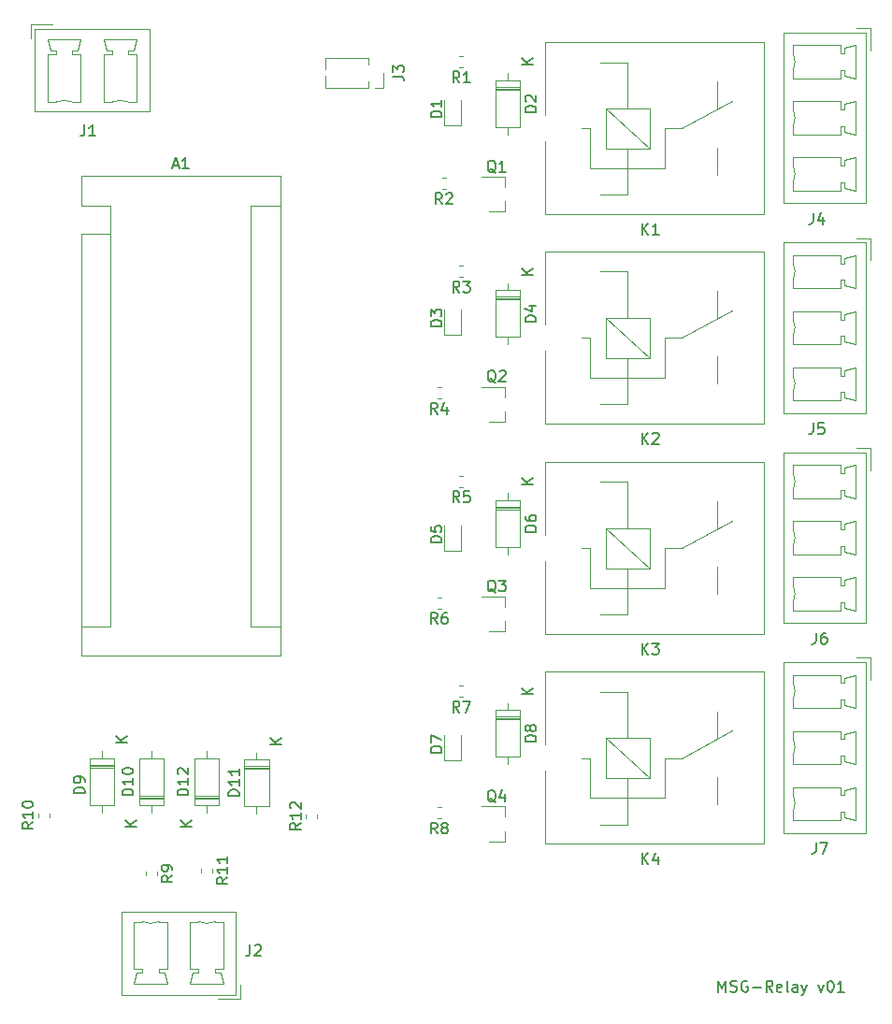
<source format=gto>
G04 #@! TF.GenerationSoftware,KiCad,Pcbnew,5.1.2-f72e74a~84~ubuntu18.04.1*
G04 #@! TF.CreationDate,2019-06-17T19:39:07+02:00*
G04 #@! TF.ProjectId,msg-relay,6d73672d-7265-46c6-9179-2e6b69636164,rev?*
G04 #@! TF.SameCoordinates,Original*
G04 #@! TF.FileFunction,Legend,Top*
G04 #@! TF.FilePolarity,Positive*
%FSLAX46Y46*%
G04 Gerber Fmt 4.6, Leading zero omitted, Abs format (unit mm)*
G04 Created by KiCad (PCBNEW 5.1.2-f72e74a~84~ubuntu18.04.1) date 2019-06-17 19:39:07*
%MOMM*%
%LPD*%
G04 APERTURE LIST*
%ADD10C,0.150000*%
%ADD11C,0.120000*%
G04 APERTURE END LIST*
D10*
X143083333Y-138202380D02*
X143083333Y-137202380D01*
X143416666Y-137916666D01*
X143750000Y-137202380D01*
X143750000Y-138202380D01*
X144178571Y-138154761D02*
X144321428Y-138202380D01*
X144559523Y-138202380D01*
X144654761Y-138154761D01*
X144702380Y-138107142D01*
X144750000Y-138011904D01*
X144750000Y-137916666D01*
X144702380Y-137821428D01*
X144654761Y-137773809D01*
X144559523Y-137726190D01*
X144369047Y-137678571D01*
X144273809Y-137630952D01*
X144226190Y-137583333D01*
X144178571Y-137488095D01*
X144178571Y-137392857D01*
X144226190Y-137297619D01*
X144273809Y-137250000D01*
X144369047Y-137202380D01*
X144607142Y-137202380D01*
X144750000Y-137250000D01*
X145702380Y-137250000D02*
X145607142Y-137202380D01*
X145464285Y-137202380D01*
X145321428Y-137250000D01*
X145226190Y-137345238D01*
X145178571Y-137440476D01*
X145130952Y-137630952D01*
X145130952Y-137773809D01*
X145178571Y-137964285D01*
X145226190Y-138059523D01*
X145321428Y-138154761D01*
X145464285Y-138202380D01*
X145559523Y-138202380D01*
X145702380Y-138154761D01*
X145750000Y-138107142D01*
X145750000Y-137773809D01*
X145559523Y-137773809D01*
X146178571Y-137821428D02*
X146940476Y-137821428D01*
X147988095Y-138202380D02*
X147654761Y-137726190D01*
X147416666Y-138202380D02*
X147416666Y-137202380D01*
X147797619Y-137202380D01*
X147892857Y-137250000D01*
X147940476Y-137297619D01*
X147988095Y-137392857D01*
X147988095Y-137535714D01*
X147940476Y-137630952D01*
X147892857Y-137678571D01*
X147797619Y-137726190D01*
X147416666Y-137726190D01*
X148797619Y-138154761D02*
X148702380Y-138202380D01*
X148511904Y-138202380D01*
X148416666Y-138154761D01*
X148369047Y-138059523D01*
X148369047Y-137678571D01*
X148416666Y-137583333D01*
X148511904Y-137535714D01*
X148702380Y-137535714D01*
X148797619Y-137583333D01*
X148845238Y-137678571D01*
X148845238Y-137773809D01*
X148369047Y-137869047D01*
X149416666Y-138202380D02*
X149321428Y-138154761D01*
X149273809Y-138059523D01*
X149273809Y-137202380D01*
X150226190Y-138202380D02*
X150226190Y-137678571D01*
X150178571Y-137583333D01*
X150083333Y-137535714D01*
X149892857Y-137535714D01*
X149797619Y-137583333D01*
X150226190Y-138154761D02*
X150130952Y-138202380D01*
X149892857Y-138202380D01*
X149797619Y-138154761D01*
X149750000Y-138059523D01*
X149750000Y-137964285D01*
X149797619Y-137869047D01*
X149892857Y-137821428D01*
X150130952Y-137821428D01*
X150226190Y-137773809D01*
X150607142Y-137535714D02*
X150845238Y-138202380D01*
X151083333Y-137535714D02*
X150845238Y-138202380D01*
X150750000Y-138440476D01*
X150702380Y-138488095D01*
X150607142Y-138535714D01*
X152130952Y-137535714D02*
X152369047Y-138202380D01*
X152607142Y-137535714D01*
X153178571Y-137202380D02*
X153273809Y-137202380D01*
X153369047Y-137250000D01*
X153416666Y-137297619D01*
X153464285Y-137392857D01*
X153511904Y-137583333D01*
X153511904Y-137821428D01*
X153464285Y-138011904D01*
X153416666Y-138107142D01*
X153369047Y-138154761D01*
X153273809Y-138202380D01*
X153178571Y-138202380D01*
X153083333Y-138154761D01*
X153035714Y-138107142D01*
X152988095Y-138011904D01*
X152940476Y-137821428D01*
X152940476Y-137583333D01*
X152988095Y-137392857D01*
X153035714Y-137297619D01*
X153083333Y-137250000D01*
X153178571Y-137202380D01*
X154464285Y-138202380D02*
X153892857Y-138202380D01*
X154178571Y-138202380D02*
X154178571Y-137202380D01*
X154083333Y-137345238D01*
X153988095Y-137440476D01*
X153892857Y-137488095D01*
D11*
X106760000Y-122450279D02*
X106760000Y-122124721D01*
X105740000Y-122450279D02*
X105740000Y-122124721D01*
X96240000Y-127049721D02*
X96240000Y-127375279D01*
X97260000Y-127049721D02*
X97260000Y-127375279D01*
X82510000Y-122375279D02*
X82510000Y-122049721D01*
X81490000Y-122375279D02*
X81490000Y-122049721D01*
X91240000Y-127337221D02*
X91240000Y-127662779D01*
X92260000Y-127337221D02*
X92260000Y-127662779D01*
X117950279Y-121490000D02*
X117624721Y-121490000D01*
X117950279Y-122510000D02*
X117624721Y-122510000D01*
X119950279Y-110490000D02*
X119624721Y-110490000D01*
X119950279Y-111510000D02*
X119624721Y-111510000D01*
X117950279Y-102490000D02*
X117624721Y-102490000D01*
X117950279Y-103510000D02*
X117624721Y-103510000D01*
X119950279Y-91490000D02*
X119624721Y-91490000D01*
X119950279Y-92510000D02*
X119624721Y-92510000D01*
X117950279Y-83490000D02*
X117624721Y-83490000D01*
X117950279Y-84510000D02*
X117624721Y-84510000D01*
X119950279Y-72490000D02*
X119624721Y-72490000D01*
X119950279Y-73510000D02*
X119624721Y-73510000D01*
X118375279Y-64490000D02*
X118049721Y-64490000D01*
X118375279Y-65510000D02*
X118049721Y-65510000D01*
X119950279Y-53490000D02*
X119624721Y-53490000D01*
X119950279Y-54510000D02*
X119624721Y-54510000D01*
X123760000Y-124580000D02*
X122300000Y-124580000D01*
X123760000Y-121420000D02*
X121600000Y-121420000D01*
X123760000Y-121420000D02*
X123760000Y-122350000D01*
X123760000Y-124580000D02*
X123760000Y-123650000D01*
X123760000Y-105580000D02*
X122300000Y-105580000D01*
X123760000Y-102420000D02*
X121600000Y-102420000D01*
X123760000Y-102420000D02*
X123760000Y-103350000D01*
X123760000Y-105580000D02*
X123760000Y-104650000D01*
X123760000Y-86580000D02*
X122300000Y-86580000D01*
X123760000Y-83420000D02*
X121600000Y-83420000D01*
X123760000Y-83420000D02*
X123760000Y-84350000D01*
X123760000Y-86580000D02*
X123760000Y-85650000D01*
X123760000Y-67580000D02*
X122300000Y-67580000D01*
X123760000Y-64420000D02*
X121600000Y-64420000D01*
X123760000Y-64420000D02*
X123760000Y-65350000D01*
X123760000Y-67580000D02*
X123760000Y-66650000D01*
X136850000Y-118850000D02*
X132850000Y-118850000D01*
X136850000Y-115250000D02*
X136850000Y-118850000D01*
X132850000Y-115250000D02*
X136850000Y-115250000D01*
X132850000Y-118850000D02*
X132850000Y-115250000D01*
X136850000Y-118850000D02*
X132850000Y-115250000D01*
X134850000Y-118850000D02*
X134850000Y-123050000D01*
X134850000Y-111050000D02*
X134850000Y-115250000D01*
X131450000Y-117050000D02*
X131450000Y-120650000D01*
X138250000Y-117050000D02*
X138250000Y-120650000D01*
X138250000Y-120650000D02*
X131450000Y-120650000D01*
X139750000Y-117050000D02*
X144350000Y-114550000D01*
X138250000Y-117050000D02*
X139750000Y-117050000D01*
X134850000Y-111050000D02*
X132350000Y-111050000D01*
X131450000Y-117050000D02*
X130650000Y-117050000D01*
X132350000Y-123050000D02*
X134850000Y-123050000D01*
X142950000Y-112800000D02*
X142950000Y-115300000D01*
X142950000Y-121200000D02*
X142950000Y-118750000D01*
X147200000Y-124800000D02*
X127400000Y-124800000D01*
X147200000Y-109200000D02*
X147200000Y-124800000D01*
X127400000Y-109200000D02*
X147200000Y-109200000D01*
X127400000Y-109200000D02*
X127400000Y-115800000D01*
X127400000Y-118200000D02*
X127400000Y-124800000D01*
X136850000Y-99850000D02*
X132850000Y-99850000D01*
X136850000Y-96250000D02*
X136850000Y-99850000D01*
X132850000Y-96250000D02*
X136850000Y-96250000D01*
X132850000Y-99850000D02*
X132850000Y-96250000D01*
X136850000Y-99850000D02*
X132850000Y-96250000D01*
X134850000Y-99850000D02*
X134850000Y-104050000D01*
X134850000Y-92050000D02*
X134850000Y-96250000D01*
X131450000Y-98050000D02*
X131450000Y-101650000D01*
X138250000Y-98050000D02*
X138250000Y-101650000D01*
X138250000Y-101650000D02*
X131450000Y-101650000D01*
X139750000Y-98050000D02*
X144350000Y-95550000D01*
X138250000Y-98050000D02*
X139750000Y-98050000D01*
X134850000Y-92050000D02*
X132350000Y-92050000D01*
X131450000Y-98050000D02*
X130650000Y-98050000D01*
X132350000Y-104050000D02*
X134850000Y-104050000D01*
X142950000Y-93800000D02*
X142950000Y-96300000D01*
X142950000Y-102200000D02*
X142950000Y-99750000D01*
X147200000Y-105800000D02*
X127400000Y-105800000D01*
X147200000Y-90200000D02*
X147200000Y-105800000D01*
X127400000Y-90200000D02*
X147200000Y-90200000D01*
X127400000Y-90200000D02*
X127400000Y-96800000D01*
X127400000Y-99200000D02*
X127400000Y-105800000D01*
X136850000Y-80800000D02*
X132850000Y-80800000D01*
X136850000Y-77200000D02*
X136850000Y-80800000D01*
X132850000Y-77200000D02*
X136850000Y-77200000D01*
X132850000Y-80800000D02*
X132850000Y-77200000D01*
X136850000Y-80800000D02*
X132850000Y-77200000D01*
X134850000Y-80800000D02*
X134850000Y-85000000D01*
X134850000Y-73000000D02*
X134850000Y-77200000D01*
X131450000Y-79000000D02*
X131450000Y-82600000D01*
X138250000Y-79000000D02*
X138250000Y-82600000D01*
X138250000Y-82600000D02*
X131450000Y-82600000D01*
X139750000Y-79000000D02*
X144350000Y-76500000D01*
X138250000Y-79000000D02*
X139750000Y-79000000D01*
X134850000Y-73000000D02*
X132350000Y-73000000D01*
X131450000Y-79000000D02*
X130650000Y-79000000D01*
X132350000Y-85000000D02*
X134850000Y-85000000D01*
X142950000Y-74750000D02*
X142950000Y-77250000D01*
X142950000Y-83150000D02*
X142950000Y-80700000D01*
X147200000Y-86750000D02*
X127400000Y-86750000D01*
X147200000Y-71150000D02*
X147200000Y-86750000D01*
X127400000Y-71150000D02*
X147200000Y-71150000D01*
X127400000Y-71150000D02*
X127400000Y-77750000D01*
X127400000Y-80150000D02*
X127400000Y-86750000D01*
X136850000Y-61850000D02*
X132850000Y-61850000D01*
X136850000Y-58250000D02*
X136850000Y-61850000D01*
X132850000Y-58250000D02*
X136850000Y-58250000D01*
X132850000Y-61850000D02*
X132850000Y-58250000D01*
X136850000Y-61850000D02*
X132850000Y-58250000D01*
X134850000Y-61850000D02*
X134850000Y-66050000D01*
X134850000Y-54050000D02*
X134850000Y-58250000D01*
X131450000Y-60050000D02*
X131450000Y-63650000D01*
X138250000Y-60050000D02*
X138250000Y-63650000D01*
X138250000Y-63650000D02*
X131450000Y-63650000D01*
X139750000Y-60050000D02*
X144350000Y-57550000D01*
X138250000Y-60050000D02*
X139750000Y-60050000D01*
X134850000Y-54050000D02*
X132350000Y-54050000D01*
X131450000Y-60050000D02*
X130650000Y-60050000D01*
X132350000Y-66050000D02*
X134850000Y-66050000D01*
X142950000Y-55800000D02*
X142950000Y-58300000D01*
X142950000Y-64200000D02*
X142950000Y-61750000D01*
X147200000Y-67800000D02*
X127400000Y-67800000D01*
X147200000Y-52200000D02*
X147200000Y-67800000D01*
X127400000Y-52200000D02*
X147200000Y-52200000D01*
X127400000Y-52200000D02*
X127400000Y-58800000D01*
X127400000Y-61200000D02*
X127400000Y-67800000D01*
X156850000Y-107960000D02*
X156850000Y-109960000D01*
X155600000Y-107960000D02*
X156850000Y-107960000D01*
X149850000Y-122660000D02*
X149850000Y-121910000D01*
X154150000Y-122660000D02*
X149850000Y-122660000D01*
X154150000Y-121910000D02*
X154150000Y-122660000D01*
X154500000Y-121910000D02*
X154150000Y-121910000D01*
X154500000Y-122410000D02*
X154500000Y-121910000D01*
X155500000Y-122660000D02*
X154500000Y-122410000D01*
X155500000Y-119660000D02*
X155500000Y-122660000D01*
X154500000Y-119910000D02*
X155500000Y-119660000D01*
X154500000Y-120410000D02*
X154500000Y-119910000D01*
X154150000Y-120410000D02*
X154500000Y-120410000D01*
X154150000Y-119660000D02*
X154150000Y-120410000D01*
X149850000Y-119660000D02*
X154150000Y-119660000D01*
X149850000Y-120410000D02*
X149850000Y-119660000D01*
X149850000Y-117580000D02*
X149850000Y-116830000D01*
X154150000Y-117580000D02*
X149850000Y-117580000D01*
X154150000Y-116830000D02*
X154150000Y-117580000D01*
X154500000Y-116830000D02*
X154150000Y-116830000D01*
X154500000Y-117330000D02*
X154500000Y-116830000D01*
X155500000Y-117580000D02*
X154500000Y-117330000D01*
X155500000Y-114580000D02*
X155500000Y-117580000D01*
X154500000Y-114830000D02*
X155500000Y-114580000D01*
X154500000Y-115330000D02*
X154500000Y-114830000D01*
X154150000Y-115330000D02*
X154500000Y-115330000D01*
X154150000Y-114580000D02*
X154150000Y-115330000D01*
X149850000Y-114580000D02*
X154150000Y-114580000D01*
X149850000Y-115330000D02*
X149850000Y-114580000D01*
X149850000Y-112500000D02*
X149850000Y-111750000D01*
X154150000Y-112500000D02*
X149850000Y-112500000D01*
X154150000Y-111750000D02*
X154150000Y-112500000D01*
X154500000Y-111750000D02*
X154150000Y-111750000D01*
X154500000Y-112250000D02*
X154500000Y-111750000D01*
X155500000Y-112500000D02*
X154500000Y-112250000D01*
X155500000Y-109500000D02*
X155500000Y-112500000D01*
X154500000Y-109750000D02*
X155500000Y-109500000D01*
X154500000Y-110250000D02*
X154500000Y-109750000D01*
X154150000Y-110250000D02*
X154500000Y-110250000D01*
X154150000Y-109500000D02*
X154150000Y-110250000D01*
X149850000Y-109500000D02*
X154150000Y-109500000D01*
X149850000Y-110250000D02*
X149850000Y-109500000D01*
X156460000Y-123810000D02*
X156460000Y-108350000D01*
X148990000Y-123810000D02*
X156460000Y-123810000D01*
X148990000Y-108350000D02*
X148990000Y-123810000D01*
X156460000Y-108350000D02*
X148990000Y-108350000D01*
X149850155Y-121909647D02*
G75*
G03X149850000Y-120410000I-1700155J749647D01*
G01*
X149850155Y-116829647D02*
G75*
G03X149850000Y-115330000I-1700155J749647D01*
G01*
X149850155Y-111749647D02*
G75*
G03X149850000Y-110250000I-1700155J749647D01*
G01*
X156850000Y-88960000D02*
X156850000Y-90960000D01*
X155600000Y-88960000D02*
X156850000Y-88960000D01*
X149850000Y-103660000D02*
X149850000Y-102910000D01*
X154150000Y-103660000D02*
X149850000Y-103660000D01*
X154150000Y-102910000D02*
X154150000Y-103660000D01*
X154500000Y-102910000D02*
X154150000Y-102910000D01*
X154500000Y-103410000D02*
X154500000Y-102910000D01*
X155500000Y-103660000D02*
X154500000Y-103410000D01*
X155500000Y-100660000D02*
X155500000Y-103660000D01*
X154500000Y-100910000D02*
X155500000Y-100660000D01*
X154500000Y-101410000D02*
X154500000Y-100910000D01*
X154150000Y-101410000D02*
X154500000Y-101410000D01*
X154150000Y-100660000D02*
X154150000Y-101410000D01*
X149850000Y-100660000D02*
X154150000Y-100660000D01*
X149850000Y-101410000D02*
X149850000Y-100660000D01*
X149850000Y-98580000D02*
X149850000Y-97830000D01*
X154150000Y-98580000D02*
X149850000Y-98580000D01*
X154150000Y-97830000D02*
X154150000Y-98580000D01*
X154500000Y-97830000D02*
X154150000Y-97830000D01*
X154500000Y-98330000D02*
X154500000Y-97830000D01*
X155500000Y-98580000D02*
X154500000Y-98330000D01*
X155500000Y-95580000D02*
X155500000Y-98580000D01*
X154500000Y-95830000D02*
X155500000Y-95580000D01*
X154500000Y-96330000D02*
X154500000Y-95830000D01*
X154150000Y-96330000D02*
X154500000Y-96330000D01*
X154150000Y-95580000D02*
X154150000Y-96330000D01*
X149850000Y-95580000D02*
X154150000Y-95580000D01*
X149850000Y-96330000D02*
X149850000Y-95580000D01*
X149850000Y-93500000D02*
X149850000Y-92750000D01*
X154150000Y-93500000D02*
X149850000Y-93500000D01*
X154150000Y-92750000D02*
X154150000Y-93500000D01*
X154500000Y-92750000D02*
X154150000Y-92750000D01*
X154500000Y-93250000D02*
X154500000Y-92750000D01*
X155500000Y-93500000D02*
X154500000Y-93250000D01*
X155500000Y-90500000D02*
X155500000Y-93500000D01*
X154500000Y-90750000D02*
X155500000Y-90500000D01*
X154500000Y-91250000D02*
X154500000Y-90750000D01*
X154150000Y-91250000D02*
X154500000Y-91250000D01*
X154150000Y-90500000D02*
X154150000Y-91250000D01*
X149850000Y-90500000D02*
X154150000Y-90500000D01*
X149850000Y-91250000D02*
X149850000Y-90500000D01*
X156460000Y-104810000D02*
X156460000Y-89350000D01*
X148990000Y-104810000D02*
X156460000Y-104810000D01*
X148990000Y-89350000D02*
X148990000Y-104810000D01*
X156460000Y-89350000D02*
X148990000Y-89350000D01*
X149850155Y-102909647D02*
G75*
G03X149850000Y-101410000I-1700155J749647D01*
G01*
X149850155Y-97829647D02*
G75*
G03X149850000Y-96330000I-1700155J749647D01*
G01*
X149850155Y-92749647D02*
G75*
G03X149850000Y-91250000I-1700155J749647D01*
G01*
X156850000Y-69960000D02*
X156850000Y-71960000D01*
X155600000Y-69960000D02*
X156850000Y-69960000D01*
X149850000Y-84660000D02*
X149850000Y-83910000D01*
X154150000Y-84660000D02*
X149850000Y-84660000D01*
X154150000Y-83910000D02*
X154150000Y-84660000D01*
X154500000Y-83910000D02*
X154150000Y-83910000D01*
X154500000Y-84410000D02*
X154500000Y-83910000D01*
X155500000Y-84660000D02*
X154500000Y-84410000D01*
X155500000Y-81660000D02*
X155500000Y-84660000D01*
X154500000Y-81910000D02*
X155500000Y-81660000D01*
X154500000Y-82410000D02*
X154500000Y-81910000D01*
X154150000Y-82410000D02*
X154500000Y-82410000D01*
X154150000Y-81660000D02*
X154150000Y-82410000D01*
X149850000Y-81660000D02*
X154150000Y-81660000D01*
X149850000Y-82410000D02*
X149850000Y-81660000D01*
X149850000Y-79580000D02*
X149850000Y-78830000D01*
X154150000Y-79580000D02*
X149850000Y-79580000D01*
X154150000Y-78830000D02*
X154150000Y-79580000D01*
X154500000Y-78830000D02*
X154150000Y-78830000D01*
X154500000Y-79330000D02*
X154500000Y-78830000D01*
X155500000Y-79580000D02*
X154500000Y-79330000D01*
X155500000Y-76580000D02*
X155500000Y-79580000D01*
X154500000Y-76830000D02*
X155500000Y-76580000D01*
X154500000Y-77330000D02*
X154500000Y-76830000D01*
X154150000Y-77330000D02*
X154500000Y-77330000D01*
X154150000Y-76580000D02*
X154150000Y-77330000D01*
X149850000Y-76580000D02*
X154150000Y-76580000D01*
X149850000Y-77330000D02*
X149850000Y-76580000D01*
X149850000Y-74500000D02*
X149850000Y-73750000D01*
X154150000Y-74500000D02*
X149850000Y-74500000D01*
X154150000Y-73750000D02*
X154150000Y-74500000D01*
X154500000Y-73750000D02*
X154150000Y-73750000D01*
X154500000Y-74250000D02*
X154500000Y-73750000D01*
X155500000Y-74500000D02*
X154500000Y-74250000D01*
X155500000Y-71500000D02*
X155500000Y-74500000D01*
X154500000Y-71750000D02*
X155500000Y-71500000D01*
X154500000Y-72250000D02*
X154500000Y-71750000D01*
X154150000Y-72250000D02*
X154500000Y-72250000D01*
X154150000Y-71500000D02*
X154150000Y-72250000D01*
X149850000Y-71500000D02*
X154150000Y-71500000D01*
X149850000Y-72250000D02*
X149850000Y-71500000D01*
X156460000Y-85810000D02*
X156460000Y-70350000D01*
X148990000Y-85810000D02*
X156460000Y-85810000D01*
X148990000Y-70350000D02*
X148990000Y-85810000D01*
X156460000Y-70350000D02*
X148990000Y-70350000D01*
X149850155Y-83909647D02*
G75*
G03X149850000Y-82410000I-1700155J749647D01*
G01*
X149850155Y-78829647D02*
G75*
G03X149850000Y-77330000I-1700155J749647D01*
G01*
X149850155Y-73749647D02*
G75*
G03X149850000Y-72250000I-1700155J749647D01*
G01*
X156850000Y-50960000D02*
X156850000Y-52960000D01*
X155600000Y-50960000D02*
X156850000Y-50960000D01*
X149850000Y-65660000D02*
X149850000Y-64910000D01*
X154150000Y-65660000D02*
X149850000Y-65660000D01*
X154150000Y-64910000D02*
X154150000Y-65660000D01*
X154500000Y-64910000D02*
X154150000Y-64910000D01*
X154500000Y-65410000D02*
X154500000Y-64910000D01*
X155500000Y-65660000D02*
X154500000Y-65410000D01*
X155500000Y-62660000D02*
X155500000Y-65660000D01*
X154500000Y-62910000D02*
X155500000Y-62660000D01*
X154500000Y-63410000D02*
X154500000Y-62910000D01*
X154150000Y-63410000D02*
X154500000Y-63410000D01*
X154150000Y-62660000D02*
X154150000Y-63410000D01*
X149850000Y-62660000D02*
X154150000Y-62660000D01*
X149850000Y-63410000D02*
X149850000Y-62660000D01*
X149850000Y-60580000D02*
X149850000Y-59830000D01*
X154150000Y-60580000D02*
X149850000Y-60580000D01*
X154150000Y-59830000D02*
X154150000Y-60580000D01*
X154500000Y-59830000D02*
X154150000Y-59830000D01*
X154500000Y-60330000D02*
X154500000Y-59830000D01*
X155500000Y-60580000D02*
X154500000Y-60330000D01*
X155500000Y-57580000D02*
X155500000Y-60580000D01*
X154500000Y-57830000D02*
X155500000Y-57580000D01*
X154500000Y-58330000D02*
X154500000Y-57830000D01*
X154150000Y-58330000D02*
X154500000Y-58330000D01*
X154150000Y-57580000D02*
X154150000Y-58330000D01*
X149850000Y-57580000D02*
X154150000Y-57580000D01*
X149850000Y-58330000D02*
X149850000Y-57580000D01*
X149850000Y-55500000D02*
X149850000Y-54750000D01*
X154150000Y-55500000D02*
X149850000Y-55500000D01*
X154150000Y-54750000D02*
X154150000Y-55500000D01*
X154500000Y-54750000D02*
X154150000Y-54750000D01*
X154500000Y-55250000D02*
X154500000Y-54750000D01*
X155500000Y-55500000D02*
X154500000Y-55250000D01*
X155500000Y-52500000D02*
X155500000Y-55500000D01*
X154500000Y-52750000D02*
X155500000Y-52500000D01*
X154500000Y-53250000D02*
X154500000Y-52750000D01*
X154150000Y-53250000D02*
X154500000Y-53250000D01*
X154150000Y-52500000D02*
X154150000Y-53250000D01*
X149850000Y-52500000D02*
X154150000Y-52500000D01*
X149850000Y-53250000D02*
X149850000Y-52500000D01*
X156460000Y-66810000D02*
X156460000Y-51350000D01*
X148990000Y-66810000D02*
X156460000Y-66810000D01*
X148990000Y-51350000D02*
X148990000Y-66810000D01*
X156460000Y-51350000D02*
X148990000Y-51350000D01*
X149850155Y-64909647D02*
G75*
G03X149850000Y-63410000I-1700155J749647D01*
G01*
X149850155Y-59829647D02*
G75*
G03X149850000Y-58330000I-1700155J749647D01*
G01*
X149850155Y-54749647D02*
G75*
G03X149850000Y-53250000I-1700155J749647D01*
G01*
X112760000Y-55000000D02*
X112760000Y-56330000D01*
X112760000Y-56330000D02*
X112000000Y-56330000D01*
X111365000Y-56330000D02*
X107495000Y-56330000D01*
X107495000Y-55307530D02*
X107495000Y-56330000D01*
X107495000Y-53670000D02*
X107495000Y-54692470D01*
X111365000Y-53670000D02*
X107495000Y-53670000D01*
X111365000Y-55760000D02*
X111365000Y-56330000D01*
X111365000Y-53670000D02*
X111365000Y-54240000D01*
X99790000Y-138850000D02*
X97790000Y-138850000D01*
X99790000Y-137600000D02*
X99790000Y-138850000D01*
X90170000Y-131850000D02*
X90920000Y-131850000D01*
X90170000Y-136150000D02*
X90170000Y-131850000D01*
X90920000Y-136150000D02*
X90170000Y-136150000D01*
X90920000Y-136500000D02*
X90920000Y-136150000D01*
X90420000Y-136500000D02*
X90920000Y-136500000D01*
X90170000Y-137500000D02*
X90420000Y-136500000D01*
X93170000Y-137500000D02*
X90170000Y-137500000D01*
X92920000Y-136500000D02*
X93170000Y-137500000D01*
X92420000Y-136500000D02*
X92920000Y-136500000D01*
X92420000Y-136150000D02*
X92420000Y-136500000D01*
X93170000Y-136150000D02*
X92420000Y-136150000D01*
X93170000Y-131850000D02*
X93170000Y-136150000D01*
X92420000Y-131850000D02*
X93170000Y-131850000D01*
X95250000Y-131850000D02*
X96000000Y-131850000D01*
X95250000Y-136150000D02*
X95250000Y-131850000D01*
X96000000Y-136150000D02*
X95250000Y-136150000D01*
X96000000Y-136500000D02*
X96000000Y-136150000D01*
X95500000Y-136500000D02*
X96000000Y-136500000D01*
X95250000Y-137500000D02*
X95500000Y-136500000D01*
X98250000Y-137500000D02*
X95250000Y-137500000D01*
X98000000Y-136500000D02*
X98250000Y-137500000D01*
X97500000Y-136500000D02*
X98000000Y-136500000D01*
X97500000Y-136150000D02*
X97500000Y-136500000D01*
X98250000Y-136150000D02*
X97500000Y-136150000D01*
X98250000Y-131850000D02*
X98250000Y-136150000D01*
X97500000Y-131850000D02*
X98250000Y-131850000D01*
X89020000Y-138460000D02*
X99400000Y-138460000D01*
X89020000Y-130990000D02*
X89020000Y-138460000D01*
X99400000Y-130990000D02*
X89020000Y-130990000D01*
X99400000Y-138460000D02*
X99400000Y-130990000D01*
X90920353Y-131850155D02*
G75*
G03X92420000Y-131850000I749647J1700155D01*
G01*
X96000353Y-131850155D02*
G75*
G03X97500000Y-131850000I749647J1700155D01*
G01*
X80780000Y-50650000D02*
X82780000Y-50650000D01*
X80780000Y-51900000D02*
X80780000Y-50650000D01*
X90400000Y-57650000D02*
X89650000Y-57650000D01*
X90400000Y-53350000D02*
X90400000Y-57650000D01*
X89650000Y-53350000D02*
X90400000Y-53350000D01*
X89650000Y-53000000D02*
X89650000Y-53350000D01*
X90150000Y-53000000D02*
X89650000Y-53000000D01*
X90400000Y-52000000D02*
X90150000Y-53000000D01*
X87400000Y-52000000D02*
X90400000Y-52000000D01*
X87650000Y-53000000D02*
X87400000Y-52000000D01*
X88150000Y-53000000D02*
X87650000Y-53000000D01*
X88150000Y-53350000D02*
X88150000Y-53000000D01*
X87400000Y-53350000D02*
X88150000Y-53350000D01*
X87400000Y-57650000D02*
X87400000Y-53350000D01*
X88150000Y-57650000D02*
X87400000Y-57650000D01*
X85320000Y-57650000D02*
X84570000Y-57650000D01*
X85320000Y-53350000D02*
X85320000Y-57650000D01*
X84570000Y-53350000D02*
X85320000Y-53350000D01*
X84570000Y-53000000D02*
X84570000Y-53350000D01*
X85070000Y-53000000D02*
X84570000Y-53000000D01*
X85320000Y-52000000D02*
X85070000Y-53000000D01*
X82320000Y-52000000D02*
X85320000Y-52000000D01*
X82570000Y-53000000D02*
X82320000Y-52000000D01*
X83070000Y-53000000D02*
X82570000Y-53000000D01*
X83070000Y-53350000D02*
X83070000Y-53000000D01*
X82320000Y-53350000D02*
X83070000Y-53350000D01*
X82320000Y-57650000D02*
X82320000Y-53350000D01*
X83070000Y-57650000D02*
X82320000Y-57650000D01*
X91550000Y-51040000D02*
X81170000Y-51040000D01*
X91550000Y-58510000D02*
X91550000Y-51040000D01*
X81170000Y-58510000D02*
X91550000Y-58510000D01*
X81170000Y-51040000D02*
X81170000Y-58510000D01*
X89649647Y-57649845D02*
G75*
G03X88150000Y-57650000I-749647J-1700155D01*
G01*
X84569647Y-57649845D02*
G75*
G03X83070000Y-57650000I-749647J-1700155D01*
G01*
X95630000Y-120710000D02*
X97870000Y-120710000D01*
X95630000Y-120470000D02*
X97870000Y-120470000D01*
X95630000Y-120590000D02*
X97870000Y-120590000D01*
X96750000Y-116420000D02*
X96750000Y-117070000D01*
X96750000Y-121960000D02*
X96750000Y-121310000D01*
X95630000Y-117070000D02*
X95630000Y-121310000D01*
X97870000Y-117070000D02*
X95630000Y-117070000D01*
X97870000Y-121310000D02*
X97870000Y-117070000D01*
X95630000Y-121310000D02*
X97870000Y-121310000D01*
X102370000Y-117790000D02*
X100130000Y-117790000D01*
X102370000Y-118030000D02*
X100130000Y-118030000D01*
X102370000Y-117910000D02*
X100130000Y-117910000D01*
X101250000Y-122080000D02*
X101250000Y-121430000D01*
X101250000Y-116540000D02*
X101250000Y-117190000D01*
X102370000Y-121430000D02*
X102370000Y-117190000D01*
X100130000Y-121430000D02*
X102370000Y-121430000D01*
X100130000Y-117190000D02*
X100130000Y-121430000D01*
X102370000Y-117190000D02*
X100130000Y-117190000D01*
X90630000Y-120710000D02*
X92870000Y-120710000D01*
X90630000Y-120470000D02*
X92870000Y-120470000D01*
X90630000Y-120590000D02*
X92870000Y-120590000D01*
X91750000Y-116420000D02*
X91750000Y-117070000D01*
X91750000Y-121960000D02*
X91750000Y-121310000D01*
X90630000Y-117070000D02*
X90630000Y-121310000D01*
X92870000Y-117070000D02*
X90630000Y-117070000D01*
X92870000Y-121310000D02*
X92870000Y-117070000D01*
X90630000Y-121310000D02*
X92870000Y-121310000D01*
X88370000Y-117670000D02*
X86130000Y-117670000D01*
X88370000Y-117910000D02*
X86130000Y-117910000D01*
X88370000Y-117790000D02*
X86130000Y-117790000D01*
X87250000Y-121960000D02*
X87250000Y-121310000D01*
X87250000Y-116420000D02*
X87250000Y-117070000D01*
X88370000Y-121310000D02*
X88370000Y-117070000D01*
X86130000Y-121310000D02*
X88370000Y-121310000D01*
X86130000Y-117070000D02*
X86130000Y-121310000D01*
X88370000Y-117070000D02*
X86130000Y-117070000D01*
X125120000Y-113290000D02*
X122880000Y-113290000D01*
X125120000Y-113530000D02*
X122880000Y-113530000D01*
X125120000Y-113410000D02*
X122880000Y-113410000D01*
X124000000Y-117580000D02*
X124000000Y-116930000D01*
X124000000Y-112040000D02*
X124000000Y-112690000D01*
X125120000Y-116930000D02*
X125120000Y-112690000D01*
X122880000Y-116930000D02*
X125120000Y-116930000D01*
X122880000Y-112690000D02*
X122880000Y-116930000D01*
X125120000Y-112690000D02*
X122880000Y-112690000D01*
X119735000Y-117272500D02*
X119735000Y-114987500D01*
X118265000Y-117272500D02*
X119735000Y-117272500D01*
X118265000Y-114987500D02*
X118265000Y-117272500D01*
X125120000Y-94290000D02*
X122880000Y-94290000D01*
X125120000Y-94530000D02*
X122880000Y-94530000D01*
X125120000Y-94410000D02*
X122880000Y-94410000D01*
X124000000Y-98580000D02*
X124000000Y-97930000D01*
X124000000Y-93040000D02*
X124000000Y-93690000D01*
X125120000Y-97930000D02*
X125120000Y-93690000D01*
X122880000Y-97930000D02*
X125120000Y-97930000D01*
X122880000Y-93690000D02*
X122880000Y-97930000D01*
X125120000Y-93690000D02*
X122880000Y-93690000D01*
X119735000Y-98272500D02*
X119735000Y-95987500D01*
X118265000Y-98272500D02*
X119735000Y-98272500D01*
X118265000Y-95987500D02*
X118265000Y-98272500D01*
X125120000Y-75290000D02*
X122880000Y-75290000D01*
X125120000Y-75530000D02*
X122880000Y-75530000D01*
X125120000Y-75410000D02*
X122880000Y-75410000D01*
X124000000Y-79580000D02*
X124000000Y-78930000D01*
X124000000Y-74040000D02*
X124000000Y-74690000D01*
X125120000Y-78930000D02*
X125120000Y-74690000D01*
X122880000Y-78930000D02*
X125120000Y-78930000D01*
X122880000Y-74690000D02*
X122880000Y-78930000D01*
X125120000Y-74690000D02*
X122880000Y-74690000D01*
X119735000Y-78697500D02*
X119735000Y-76412500D01*
X118265000Y-78697500D02*
X119735000Y-78697500D01*
X118265000Y-76412500D02*
X118265000Y-78697500D01*
X125120000Y-56290000D02*
X122880000Y-56290000D01*
X125120000Y-56530000D02*
X122880000Y-56530000D01*
X125120000Y-56410000D02*
X122880000Y-56410000D01*
X124000000Y-60580000D02*
X124000000Y-59930000D01*
X124000000Y-55040000D02*
X124000000Y-55690000D01*
X125120000Y-59930000D02*
X125120000Y-55690000D01*
X122880000Y-59930000D02*
X125120000Y-59930000D01*
X122880000Y-55690000D02*
X122880000Y-59930000D01*
X125120000Y-55690000D02*
X122880000Y-55690000D01*
X119735000Y-59772500D02*
X119735000Y-57487500D01*
X118265000Y-59772500D02*
X119735000Y-59772500D01*
X118265000Y-57487500D02*
X118265000Y-59772500D01*
X103400000Y-64360000D02*
X85360000Y-64360000D01*
X103400000Y-107800000D02*
X103400000Y-64360000D01*
X85360000Y-107800000D02*
X103400000Y-107800000D01*
X88030000Y-105130000D02*
X85360000Y-105130000D01*
X88030000Y-69570000D02*
X88030000Y-105130000D01*
X88030000Y-69570000D02*
X85360000Y-69570000D01*
X100730000Y-105130000D02*
X103400000Y-105130000D01*
X100730000Y-67030000D02*
X100730000Y-105130000D01*
X100730000Y-67030000D02*
X103400000Y-67030000D01*
X85360000Y-64360000D02*
X85360000Y-67030000D01*
X85360000Y-69570000D02*
X85360000Y-107800000D01*
X88030000Y-67030000D02*
X85360000Y-67030000D01*
X88030000Y-69570000D02*
X88030000Y-67030000D01*
D10*
X105272380Y-122930357D02*
X104796190Y-123263690D01*
X105272380Y-123501785D02*
X104272380Y-123501785D01*
X104272380Y-123120833D01*
X104320000Y-123025595D01*
X104367619Y-122977976D01*
X104462857Y-122930357D01*
X104605714Y-122930357D01*
X104700952Y-122977976D01*
X104748571Y-123025595D01*
X104796190Y-123120833D01*
X104796190Y-123501785D01*
X105272380Y-121977976D02*
X105272380Y-122549404D01*
X105272380Y-122263690D02*
X104272380Y-122263690D01*
X104415238Y-122358928D01*
X104510476Y-122454166D01*
X104558095Y-122549404D01*
X104367619Y-121597023D02*
X104320000Y-121549404D01*
X104272380Y-121454166D01*
X104272380Y-121216071D01*
X104320000Y-121120833D01*
X104367619Y-121073214D01*
X104462857Y-121025595D01*
X104558095Y-121025595D01*
X104700952Y-121073214D01*
X105272380Y-121644642D01*
X105272380Y-121025595D01*
X98632380Y-127855357D02*
X98156190Y-128188690D01*
X98632380Y-128426785D02*
X97632380Y-128426785D01*
X97632380Y-128045833D01*
X97680000Y-127950595D01*
X97727619Y-127902976D01*
X97822857Y-127855357D01*
X97965714Y-127855357D01*
X98060952Y-127902976D01*
X98108571Y-127950595D01*
X98156190Y-128045833D01*
X98156190Y-128426785D01*
X98632380Y-126902976D02*
X98632380Y-127474404D01*
X98632380Y-127188690D02*
X97632380Y-127188690D01*
X97775238Y-127283928D01*
X97870476Y-127379166D01*
X97918095Y-127474404D01*
X98632380Y-125950595D02*
X98632380Y-126522023D01*
X98632380Y-126236309D02*
X97632380Y-126236309D01*
X97775238Y-126331547D01*
X97870476Y-126426785D01*
X97918095Y-126522023D01*
X81022380Y-122855357D02*
X80546190Y-123188690D01*
X81022380Y-123426785D02*
X80022380Y-123426785D01*
X80022380Y-123045833D01*
X80070000Y-122950595D01*
X80117619Y-122902976D01*
X80212857Y-122855357D01*
X80355714Y-122855357D01*
X80450952Y-122902976D01*
X80498571Y-122950595D01*
X80546190Y-123045833D01*
X80546190Y-123426785D01*
X81022380Y-121902976D02*
X81022380Y-122474404D01*
X81022380Y-122188690D02*
X80022380Y-122188690D01*
X80165238Y-122283928D01*
X80260476Y-122379166D01*
X80308095Y-122474404D01*
X80022380Y-121283928D02*
X80022380Y-121188690D01*
X80070000Y-121093452D01*
X80117619Y-121045833D01*
X80212857Y-120998214D01*
X80403333Y-120950595D01*
X80641428Y-120950595D01*
X80831904Y-120998214D01*
X80927142Y-121045833D01*
X80974761Y-121093452D01*
X81022380Y-121188690D01*
X81022380Y-121283928D01*
X80974761Y-121379166D01*
X80927142Y-121426785D01*
X80831904Y-121474404D01*
X80641428Y-121522023D01*
X80403333Y-121522023D01*
X80212857Y-121474404D01*
X80117619Y-121426785D01*
X80070000Y-121379166D01*
X80022380Y-121283928D01*
X93632380Y-127666666D02*
X93156190Y-128000000D01*
X93632380Y-128238095D02*
X92632380Y-128238095D01*
X92632380Y-127857142D01*
X92680000Y-127761904D01*
X92727619Y-127714285D01*
X92822857Y-127666666D01*
X92965714Y-127666666D01*
X93060952Y-127714285D01*
X93108571Y-127761904D01*
X93156190Y-127857142D01*
X93156190Y-128238095D01*
X93632380Y-127190476D02*
X93632380Y-127000000D01*
X93584761Y-126904761D01*
X93537142Y-126857142D01*
X93394285Y-126761904D01*
X93203809Y-126714285D01*
X92822857Y-126714285D01*
X92727619Y-126761904D01*
X92680000Y-126809523D01*
X92632380Y-126904761D01*
X92632380Y-127095238D01*
X92680000Y-127190476D01*
X92727619Y-127238095D01*
X92822857Y-127285714D01*
X93060952Y-127285714D01*
X93156190Y-127238095D01*
X93203809Y-127190476D01*
X93251428Y-127095238D01*
X93251428Y-126904761D01*
X93203809Y-126809523D01*
X93156190Y-126761904D01*
X93060952Y-126714285D01*
X117620833Y-123882380D02*
X117287500Y-123406190D01*
X117049404Y-123882380D02*
X117049404Y-122882380D01*
X117430357Y-122882380D01*
X117525595Y-122930000D01*
X117573214Y-122977619D01*
X117620833Y-123072857D01*
X117620833Y-123215714D01*
X117573214Y-123310952D01*
X117525595Y-123358571D01*
X117430357Y-123406190D01*
X117049404Y-123406190D01*
X118192261Y-123310952D02*
X118097023Y-123263333D01*
X118049404Y-123215714D01*
X118001785Y-123120476D01*
X118001785Y-123072857D01*
X118049404Y-122977619D01*
X118097023Y-122930000D01*
X118192261Y-122882380D01*
X118382738Y-122882380D01*
X118477976Y-122930000D01*
X118525595Y-122977619D01*
X118573214Y-123072857D01*
X118573214Y-123120476D01*
X118525595Y-123215714D01*
X118477976Y-123263333D01*
X118382738Y-123310952D01*
X118192261Y-123310952D01*
X118097023Y-123358571D01*
X118049404Y-123406190D01*
X118001785Y-123501428D01*
X118001785Y-123691904D01*
X118049404Y-123787142D01*
X118097023Y-123834761D01*
X118192261Y-123882380D01*
X118382738Y-123882380D01*
X118477976Y-123834761D01*
X118525595Y-123787142D01*
X118573214Y-123691904D01*
X118573214Y-123501428D01*
X118525595Y-123406190D01*
X118477976Y-123358571D01*
X118382738Y-123310952D01*
X119620833Y-112882380D02*
X119287500Y-112406190D01*
X119049404Y-112882380D02*
X119049404Y-111882380D01*
X119430357Y-111882380D01*
X119525595Y-111930000D01*
X119573214Y-111977619D01*
X119620833Y-112072857D01*
X119620833Y-112215714D01*
X119573214Y-112310952D01*
X119525595Y-112358571D01*
X119430357Y-112406190D01*
X119049404Y-112406190D01*
X119954166Y-111882380D02*
X120620833Y-111882380D01*
X120192261Y-112882380D01*
X117620833Y-104882380D02*
X117287500Y-104406190D01*
X117049404Y-104882380D02*
X117049404Y-103882380D01*
X117430357Y-103882380D01*
X117525595Y-103930000D01*
X117573214Y-103977619D01*
X117620833Y-104072857D01*
X117620833Y-104215714D01*
X117573214Y-104310952D01*
X117525595Y-104358571D01*
X117430357Y-104406190D01*
X117049404Y-104406190D01*
X118477976Y-103882380D02*
X118287500Y-103882380D01*
X118192261Y-103930000D01*
X118144642Y-103977619D01*
X118049404Y-104120476D01*
X118001785Y-104310952D01*
X118001785Y-104691904D01*
X118049404Y-104787142D01*
X118097023Y-104834761D01*
X118192261Y-104882380D01*
X118382738Y-104882380D01*
X118477976Y-104834761D01*
X118525595Y-104787142D01*
X118573214Y-104691904D01*
X118573214Y-104453809D01*
X118525595Y-104358571D01*
X118477976Y-104310952D01*
X118382738Y-104263333D01*
X118192261Y-104263333D01*
X118097023Y-104310952D01*
X118049404Y-104358571D01*
X118001785Y-104453809D01*
X119620833Y-93882380D02*
X119287500Y-93406190D01*
X119049404Y-93882380D02*
X119049404Y-92882380D01*
X119430357Y-92882380D01*
X119525595Y-92930000D01*
X119573214Y-92977619D01*
X119620833Y-93072857D01*
X119620833Y-93215714D01*
X119573214Y-93310952D01*
X119525595Y-93358571D01*
X119430357Y-93406190D01*
X119049404Y-93406190D01*
X120525595Y-92882380D02*
X120049404Y-92882380D01*
X120001785Y-93358571D01*
X120049404Y-93310952D01*
X120144642Y-93263333D01*
X120382738Y-93263333D01*
X120477976Y-93310952D01*
X120525595Y-93358571D01*
X120573214Y-93453809D01*
X120573214Y-93691904D01*
X120525595Y-93787142D01*
X120477976Y-93834761D01*
X120382738Y-93882380D01*
X120144642Y-93882380D01*
X120049404Y-93834761D01*
X120001785Y-93787142D01*
X117620833Y-85882380D02*
X117287500Y-85406190D01*
X117049404Y-85882380D02*
X117049404Y-84882380D01*
X117430357Y-84882380D01*
X117525595Y-84930000D01*
X117573214Y-84977619D01*
X117620833Y-85072857D01*
X117620833Y-85215714D01*
X117573214Y-85310952D01*
X117525595Y-85358571D01*
X117430357Y-85406190D01*
X117049404Y-85406190D01*
X118477976Y-85215714D02*
X118477976Y-85882380D01*
X118239880Y-84834761D02*
X118001785Y-85549047D01*
X118620833Y-85549047D01*
X119620833Y-74882380D02*
X119287500Y-74406190D01*
X119049404Y-74882380D02*
X119049404Y-73882380D01*
X119430357Y-73882380D01*
X119525595Y-73930000D01*
X119573214Y-73977619D01*
X119620833Y-74072857D01*
X119620833Y-74215714D01*
X119573214Y-74310952D01*
X119525595Y-74358571D01*
X119430357Y-74406190D01*
X119049404Y-74406190D01*
X119954166Y-73882380D02*
X120573214Y-73882380D01*
X120239880Y-74263333D01*
X120382738Y-74263333D01*
X120477976Y-74310952D01*
X120525595Y-74358571D01*
X120573214Y-74453809D01*
X120573214Y-74691904D01*
X120525595Y-74787142D01*
X120477976Y-74834761D01*
X120382738Y-74882380D01*
X120097023Y-74882380D01*
X120001785Y-74834761D01*
X119954166Y-74787142D01*
X118045833Y-66882380D02*
X117712500Y-66406190D01*
X117474404Y-66882380D02*
X117474404Y-65882380D01*
X117855357Y-65882380D01*
X117950595Y-65930000D01*
X117998214Y-65977619D01*
X118045833Y-66072857D01*
X118045833Y-66215714D01*
X117998214Y-66310952D01*
X117950595Y-66358571D01*
X117855357Y-66406190D01*
X117474404Y-66406190D01*
X118426785Y-65977619D02*
X118474404Y-65930000D01*
X118569642Y-65882380D01*
X118807738Y-65882380D01*
X118902976Y-65930000D01*
X118950595Y-65977619D01*
X118998214Y-66072857D01*
X118998214Y-66168095D01*
X118950595Y-66310952D01*
X118379166Y-66882380D01*
X118998214Y-66882380D01*
X119620833Y-55882380D02*
X119287500Y-55406190D01*
X119049404Y-55882380D02*
X119049404Y-54882380D01*
X119430357Y-54882380D01*
X119525595Y-54930000D01*
X119573214Y-54977619D01*
X119620833Y-55072857D01*
X119620833Y-55215714D01*
X119573214Y-55310952D01*
X119525595Y-55358571D01*
X119430357Y-55406190D01*
X119049404Y-55406190D01*
X120573214Y-55882380D02*
X120001785Y-55882380D01*
X120287500Y-55882380D02*
X120287500Y-54882380D01*
X120192261Y-55025238D01*
X120097023Y-55120476D01*
X120001785Y-55168095D01*
X122904761Y-121047619D02*
X122809523Y-121000000D01*
X122714285Y-120904761D01*
X122571428Y-120761904D01*
X122476190Y-120714285D01*
X122380952Y-120714285D01*
X122428571Y-120952380D02*
X122333333Y-120904761D01*
X122238095Y-120809523D01*
X122190476Y-120619047D01*
X122190476Y-120285714D01*
X122238095Y-120095238D01*
X122333333Y-120000000D01*
X122428571Y-119952380D01*
X122619047Y-119952380D01*
X122714285Y-120000000D01*
X122809523Y-120095238D01*
X122857142Y-120285714D01*
X122857142Y-120619047D01*
X122809523Y-120809523D01*
X122714285Y-120904761D01*
X122619047Y-120952380D01*
X122428571Y-120952380D01*
X123714285Y-120285714D02*
X123714285Y-120952380D01*
X123476190Y-119904761D02*
X123238095Y-120619047D01*
X123857142Y-120619047D01*
X122904761Y-102047619D02*
X122809523Y-102000000D01*
X122714285Y-101904761D01*
X122571428Y-101761904D01*
X122476190Y-101714285D01*
X122380952Y-101714285D01*
X122428571Y-101952380D02*
X122333333Y-101904761D01*
X122238095Y-101809523D01*
X122190476Y-101619047D01*
X122190476Y-101285714D01*
X122238095Y-101095238D01*
X122333333Y-101000000D01*
X122428571Y-100952380D01*
X122619047Y-100952380D01*
X122714285Y-101000000D01*
X122809523Y-101095238D01*
X122857142Y-101285714D01*
X122857142Y-101619047D01*
X122809523Y-101809523D01*
X122714285Y-101904761D01*
X122619047Y-101952380D01*
X122428571Y-101952380D01*
X123190476Y-100952380D02*
X123809523Y-100952380D01*
X123476190Y-101333333D01*
X123619047Y-101333333D01*
X123714285Y-101380952D01*
X123761904Y-101428571D01*
X123809523Y-101523809D01*
X123809523Y-101761904D01*
X123761904Y-101857142D01*
X123714285Y-101904761D01*
X123619047Y-101952380D01*
X123333333Y-101952380D01*
X123238095Y-101904761D01*
X123190476Y-101857142D01*
X122904761Y-83047619D02*
X122809523Y-83000000D01*
X122714285Y-82904761D01*
X122571428Y-82761904D01*
X122476190Y-82714285D01*
X122380952Y-82714285D01*
X122428571Y-82952380D02*
X122333333Y-82904761D01*
X122238095Y-82809523D01*
X122190476Y-82619047D01*
X122190476Y-82285714D01*
X122238095Y-82095238D01*
X122333333Y-82000000D01*
X122428571Y-81952380D01*
X122619047Y-81952380D01*
X122714285Y-82000000D01*
X122809523Y-82095238D01*
X122857142Y-82285714D01*
X122857142Y-82619047D01*
X122809523Y-82809523D01*
X122714285Y-82904761D01*
X122619047Y-82952380D01*
X122428571Y-82952380D01*
X123238095Y-82047619D02*
X123285714Y-82000000D01*
X123380952Y-81952380D01*
X123619047Y-81952380D01*
X123714285Y-82000000D01*
X123761904Y-82047619D01*
X123809523Y-82142857D01*
X123809523Y-82238095D01*
X123761904Y-82380952D01*
X123190476Y-82952380D01*
X123809523Y-82952380D01*
X122904761Y-64047619D02*
X122809523Y-64000000D01*
X122714285Y-63904761D01*
X122571428Y-63761904D01*
X122476190Y-63714285D01*
X122380952Y-63714285D01*
X122428571Y-63952380D02*
X122333333Y-63904761D01*
X122238095Y-63809523D01*
X122190476Y-63619047D01*
X122190476Y-63285714D01*
X122238095Y-63095238D01*
X122333333Y-63000000D01*
X122428571Y-62952380D01*
X122619047Y-62952380D01*
X122714285Y-63000000D01*
X122809523Y-63095238D01*
X122857142Y-63285714D01*
X122857142Y-63619047D01*
X122809523Y-63809523D01*
X122714285Y-63904761D01*
X122619047Y-63952380D01*
X122428571Y-63952380D01*
X123809523Y-63952380D02*
X123238095Y-63952380D01*
X123523809Y-63952380D02*
X123523809Y-62952380D01*
X123428571Y-63095238D01*
X123333333Y-63190476D01*
X123238095Y-63238095D01*
X136161904Y-126652380D02*
X136161904Y-125652380D01*
X136733333Y-126652380D02*
X136304761Y-126080952D01*
X136733333Y-125652380D02*
X136161904Y-126223809D01*
X137590476Y-125985714D02*
X137590476Y-126652380D01*
X137352380Y-125604761D02*
X137114285Y-126319047D01*
X137733333Y-126319047D01*
X136161904Y-107652380D02*
X136161904Y-106652380D01*
X136733333Y-107652380D02*
X136304761Y-107080952D01*
X136733333Y-106652380D02*
X136161904Y-107223809D01*
X137066666Y-106652380D02*
X137685714Y-106652380D01*
X137352380Y-107033333D01*
X137495238Y-107033333D01*
X137590476Y-107080952D01*
X137638095Y-107128571D01*
X137685714Y-107223809D01*
X137685714Y-107461904D01*
X137638095Y-107557142D01*
X137590476Y-107604761D01*
X137495238Y-107652380D01*
X137209523Y-107652380D01*
X137114285Y-107604761D01*
X137066666Y-107557142D01*
X136161904Y-88602380D02*
X136161904Y-87602380D01*
X136733333Y-88602380D02*
X136304761Y-88030952D01*
X136733333Y-87602380D02*
X136161904Y-88173809D01*
X137114285Y-87697619D02*
X137161904Y-87650000D01*
X137257142Y-87602380D01*
X137495238Y-87602380D01*
X137590476Y-87650000D01*
X137638095Y-87697619D01*
X137685714Y-87792857D01*
X137685714Y-87888095D01*
X137638095Y-88030952D01*
X137066666Y-88602380D01*
X137685714Y-88602380D01*
X136161904Y-69652380D02*
X136161904Y-68652380D01*
X136733333Y-69652380D02*
X136304761Y-69080952D01*
X136733333Y-68652380D02*
X136161904Y-69223809D01*
X137685714Y-69652380D02*
X137114285Y-69652380D01*
X137400000Y-69652380D02*
X137400000Y-68652380D01*
X137304761Y-68795238D01*
X137209523Y-68890476D01*
X137114285Y-68938095D01*
X151916666Y-124702380D02*
X151916666Y-125416666D01*
X151869047Y-125559523D01*
X151773809Y-125654761D01*
X151630952Y-125702380D01*
X151535714Y-125702380D01*
X152297619Y-124702380D02*
X152964285Y-124702380D01*
X152535714Y-125702380D01*
X151916666Y-105702380D02*
X151916666Y-106416666D01*
X151869047Y-106559523D01*
X151773809Y-106654761D01*
X151630952Y-106702380D01*
X151535714Y-106702380D01*
X152821428Y-105702380D02*
X152630952Y-105702380D01*
X152535714Y-105750000D01*
X152488095Y-105797619D01*
X152392857Y-105940476D01*
X152345238Y-106130952D01*
X152345238Y-106511904D01*
X152392857Y-106607142D01*
X152440476Y-106654761D01*
X152535714Y-106702380D01*
X152726190Y-106702380D01*
X152821428Y-106654761D01*
X152869047Y-106607142D01*
X152916666Y-106511904D01*
X152916666Y-106273809D01*
X152869047Y-106178571D01*
X152821428Y-106130952D01*
X152726190Y-106083333D01*
X152535714Y-106083333D01*
X152440476Y-106130952D01*
X152392857Y-106178571D01*
X152345238Y-106273809D01*
X151666666Y-86702380D02*
X151666666Y-87416666D01*
X151619047Y-87559523D01*
X151523809Y-87654761D01*
X151380952Y-87702380D01*
X151285714Y-87702380D01*
X152619047Y-86702380D02*
X152142857Y-86702380D01*
X152095238Y-87178571D01*
X152142857Y-87130952D01*
X152238095Y-87083333D01*
X152476190Y-87083333D01*
X152571428Y-87130952D01*
X152619047Y-87178571D01*
X152666666Y-87273809D01*
X152666666Y-87511904D01*
X152619047Y-87607142D01*
X152571428Y-87654761D01*
X152476190Y-87702380D01*
X152238095Y-87702380D01*
X152142857Y-87654761D01*
X152095238Y-87607142D01*
X151666666Y-67702380D02*
X151666666Y-68416666D01*
X151619047Y-68559523D01*
X151523809Y-68654761D01*
X151380952Y-68702380D01*
X151285714Y-68702380D01*
X152571428Y-68035714D02*
X152571428Y-68702380D01*
X152333333Y-67654761D02*
X152095238Y-68369047D01*
X152714285Y-68369047D01*
X113587380Y-55333333D02*
X114301666Y-55333333D01*
X114444523Y-55380952D01*
X114539761Y-55476190D01*
X114587380Y-55619047D01*
X114587380Y-55714285D01*
X113587380Y-54952380D02*
X113587380Y-54333333D01*
X113968333Y-54666666D01*
X113968333Y-54523809D01*
X114015952Y-54428571D01*
X114063571Y-54380952D01*
X114158809Y-54333333D01*
X114396904Y-54333333D01*
X114492142Y-54380952D01*
X114539761Y-54428571D01*
X114587380Y-54523809D01*
X114587380Y-54809523D01*
X114539761Y-54904761D01*
X114492142Y-54952380D01*
X100666666Y-133952380D02*
X100666666Y-134666666D01*
X100619047Y-134809523D01*
X100523809Y-134904761D01*
X100380952Y-134952380D01*
X100285714Y-134952380D01*
X101095238Y-134047619D02*
X101142857Y-134000000D01*
X101238095Y-133952380D01*
X101476190Y-133952380D01*
X101571428Y-134000000D01*
X101619047Y-134047619D01*
X101666666Y-134142857D01*
X101666666Y-134238095D01*
X101619047Y-134380952D01*
X101047619Y-134952380D01*
X101666666Y-134952380D01*
X85666666Y-59702380D02*
X85666666Y-60416666D01*
X85619047Y-60559523D01*
X85523809Y-60654761D01*
X85380952Y-60702380D01*
X85285714Y-60702380D01*
X86666666Y-60702380D02*
X86095238Y-60702380D01*
X86380952Y-60702380D02*
X86380952Y-59702380D01*
X86285714Y-59845238D01*
X86190476Y-59940476D01*
X86095238Y-59988095D01*
X95082380Y-120404285D02*
X94082380Y-120404285D01*
X94082380Y-120166190D01*
X94130000Y-120023333D01*
X94225238Y-119928095D01*
X94320476Y-119880476D01*
X94510952Y-119832857D01*
X94653809Y-119832857D01*
X94844285Y-119880476D01*
X94939523Y-119928095D01*
X95034761Y-120023333D01*
X95082380Y-120166190D01*
X95082380Y-120404285D01*
X95082380Y-118880476D02*
X95082380Y-119451904D01*
X95082380Y-119166190D02*
X94082380Y-119166190D01*
X94225238Y-119261428D01*
X94320476Y-119356666D01*
X94368095Y-119451904D01*
X94177619Y-118499523D02*
X94130000Y-118451904D01*
X94082380Y-118356666D01*
X94082380Y-118118571D01*
X94130000Y-118023333D01*
X94177619Y-117975714D01*
X94272857Y-117928095D01*
X94368095Y-117928095D01*
X94510952Y-117975714D01*
X95082380Y-118547142D01*
X95082380Y-117928095D01*
X95402380Y-123261904D02*
X94402380Y-123261904D01*
X95402380Y-122690476D02*
X94830952Y-123119047D01*
X94402380Y-122690476D02*
X94973809Y-123261904D01*
X99702380Y-120464285D02*
X98702380Y-120464285D01*
X98702380Y-120226190D01*
X98750000Y-120083333D01*
X98845238Y-119988095D01*
X98940476Y-119940476D01*
X99130952Y-119892857D01*
X99273809Y-119892857D01*
X99464285Y-119940476D01*
X99559523Y-119988095D01*
X99654761Y-120083333D01*
X99702380Y-120226190D01*
X99702380Y-120464285D01*
X99702380Y-118940476D02*
X99702380Y-119511904D01*
X99702380Y-119226190D02*
X98702380Y-119226190D01*
X98845238Y-119321428D01*
X98940476Y-119416666D01*
X98988095Y-119511904D01*
X99702380Y-117988095D02*
X99702380Y-118559523D01*
X99702380Y-118273809D02*
X98702380Y-118273809D01*
X98845238Y-118369047D01*
X98940476Y-118464285D01*
X98988095Y-118559523D01*
X103502380Y-115761904D02*
X102502380Y-115761904D01*
X103502380Y-115190476D02*
X102930952Y-115619047D01*
X102502380Y-115190476D02*
X103073809Y-115761904D01*
X90082380Y-120404285D02*
X89082380Y-120404285D01*
X89082380Y-120166190D01*
X89130000Y-120023333D01*
X89225238Y-119928095D01*
X89320476Y-119880476D01*
X89510952Y-119832857D01*
X89653809Y-119832857D01*
X89844285Y-119880476D01*
X89939523Y-119928095D01*
X90034761Y-120023333D01*
X90082380Y-120166190D01*
X90082380Y-120404285D01*
X90082380Y-118880476D02*
X90082380Y-119451904D01*
X90082380Y-119166190D02*
X89082380Y-119166190D01*
X89225238Y-119261428D01*
X89320476Y-119356666D01*
X89368095Y-119451904D01*
X89082380Y-118261428D02*
X89082380Y-118166190D01*
X89130000Y-118070952D01*
X89177619Y-118023333D01*
X89272857Y-117975714D01*
X89463333Y-117928095D01*
X89701428Y-117928095D01*
X89891904Y-117975714D01*
X89987142Y-118023333D01*
X90034761Y-118070952D01*
X90082380Y-118166190D01*
X90082380Y-118261428D01*
X90034761Y-118356666D01*
X89987142Y-118404285D01*
X89891904Y-118451904D01*
X89701428Y-118499523D01*
X89463333Y-118499523D01*
X89272857Y-118451904D01*
X89177619Y-118404285D01*
X89130000Y-118356666D01*
X89082380Y-118261428D01*
X90402380Y-123261904D02*
X89402380Y-123261904D01*
X90402380Y-122690476D02*
X89830952Y-123119047D01*
X89402380Y-122690476D02*
X89973809Y-123261904D01*
X85702380Y-120238095D02*
X84702380Y-120238095D01*
X84702380Y-120000000D01*
X84750000Y-119857142D01*
X84845238Y-119761904D01*
X84940476Y-119714285D01*
X85130952Y-119666666D01*
X85273809Y-119666666D01*
X85464285Y-119714285D01*
X85559523Y-119761904D01*
X85654761Y-119857142D01*
X85702380Y-120000000D01*
X85702380Y-120238095D01*
X85702380Y-119190476D02*
X85702380Y-119000000D01*
X85654761Y-118904761D01*
X85607142Y-118857142D01*
X85464285Y-118761904D01*
X85273809Y-118714285D01*
X84892857Y-118714285D01*
X84797619Y-118761904D01*
X84750000Y-118809523D01*
X84702380Y-118904761D01*
X84702380Y-119095238D01*
X84750000Y-119190476D01*
X84797619Y-119238095D01*
X84892857Y-119285714D01*
X85130952Y-119285714D01*
X85226190Y-119238095D01*
X85273809Y-119190476D01*
X85321428Y-119095238D01*
X85321428Y-118904761D01*
X85273809Y-118809523D01*
X85226190Y-118761904D01*
X85130952Y-118714285D01*
X89502380Y-115641904D02*
X88502380Y-115641904D01*
X89502380Y-115070476D02*
X88930952Y-115499047D01*
X88502380Y-115070476D02*
X89073809Y-115641904D01*
X126572380Y-115548095D02*
X125572380Y-115548095D01*
X125572380Y-115310000D01*
X125620000Y-115167142D01*
X125715238Y-115071904D01*
X125810476Y-115024285D01*
X126000952Y-114976666D01*
X126143809Y-114976666D01*
X126334285Y-115024285D01*
X126429523Y-115071904D01*
X126524761Y-115167142D01*
X126572380Y-115310000D01*
X126572380Y-115548095D01*
X126000952Y-114405238D02*
X125953333Y-114500476D01*
X125905714Y-114548095D01*
X125810476Y-114595714D01*
X125762857Y-114595714D01*
X125667619Y-114548095D01*
X125620000Y-114500476D01*
X125572380Y-114405238D01*
X125572380Y-114214761D01*
X125620000Y-114119523D01*
X125667619Y-114071904D01*
X125762857Y-114024285D01*
X125810476Y-114024285D01*
X125905714Y-114071904D01*
X125953333Y-114119523D01*
X126000952Y-114214761D01*
X126000952Y-114405238D01*
X126048571Y-114500476D01*
X126096190Y-114548095D01*
X126191428Y-114595714D01*
X126381904Y-114595714D01*
X126477142Y-114548095D01*
X126524761Y-114500476D01*
X126572380Y-114405238D01*
X126572380Y-114214761D01*
X126524761Y-114119523D01*
X126477142Y-114071904D01*
X126381904Y-114024285D01*
X126191428Y-114024285D01*
X126096190Y-114071904D01*
X126048571Y-114119523D01*
X126000952Y-114214761D01*
X126252380Y-111261904D02*
X125252380Y-111261904D01*
X126252380Y-110690476D02*
X125680952Y-111119047D01*
X125252380Y-110690476D02*
X125823809Y-111261904D01*
X118022380Y-116525595D02*
X117022380Y-116525595D01*
X117022380Y-116287500D01*
X117070000Y-116144642D01*
X117165238Y-116049404D01*
X117260476Y-116001785D01*
X117450952Y-115954166D01*
X117593809Y-115954166D01*
X117784285Y-116001785D01*
X117879523Y-116049404D01*
X117974761Y-116144642D01*
X118022380Y-116287500D01*
X118022380Y-116525595D01*
X117022380Y-115620833D02*
X117022380Y-114954166D01*
X118022380Y-115382738D01*
X126572380Y-96548095D02*
X125572380Y-96548095D01*
X125572380Y-96310000D01*
X125620000Y-96167142D01*
X125715238Y-96071904D01*
X125810476Y-96024285D01*
X126000952Y-95976666D01*
X126143809Y-95976666D01*
X126334285Y-96024285D01*
X126429523Y-96071904D01*
X126524761Y-96167142D01*
X126572380Y-96310000D01*
X126572380Y-96548095D01*
X125572380Y-95119523D02*
X125572380Y-95310000D01*
X125620000Y-95405238D01*
X125667619Y-95452857D01*
X125810476Y-95548095D01*
X126000952Y-95595714D01*
X126381904Y-95595714D01*
X126477142Y-95548095D01*
X126524761Y-95500476D01*
X126572380Y-95405238D01*
X126572380Y-95214761D01*
X126524761Y-95119523D01*
X126477142Y-95071904D01*
X126381904Y-95024285D01*
X126143809Y-95024285D01*
X126048571Y-95071904D01*
X126000952Y-95119523D01*
X125953333Y-95214761D01*
X125953333Y-95405238D01*
X126000952Y-95500476D01*
X126048571Y-95548095D01*
X126143809Y-95595714D01*
X126252380Y-92261904D02*
X125252380Y-92261904D01*
X126252380Y-91690476D02*
X125680952Y-92119047D01*
X125252380Y-91690476D02*
X125823809Y-92261904D01*
X118022380Y-97525595D02*
X117022380Y-97525595D01*
X117022380Y-97287500D01*
X117070000Y-97144642D01*
X117165238Y-97049404D01*
X117260476Y-97001785D01*
X117450952Y-96954166D01*
X117593809Y-96954166D01*
X117784285Y-97001785D01*
X117879523Y-97049404D01*
X117974761Y-97144642D01*
X118022380Y-97287500D01*
X118022380Y-97525595D01*
X117022380Y-96049404D02*
X117022380Y-96525595D01*
X117498571Y-96573214D01*
X117450952Y-96525595D01*
X117403333Y-96430357D01*
X117403333Y-96192261D01*
X117450952Y-96097023D01*
X117498571Y-96049404D01*
X117593809Y-96001785D01*
X117831904Y-96001785D01*
X117927142Y-96049404D01*
X117974761Y-96097023D01*
X118022380Y-96192261D01*
X118022380Y-96430357D01*
X117974761Y-96525595D01*
X117927142Y-96573214D01*
X126572380Y-77548095D02*
X125572380Y-77548095D01*
X125572380Y-77310000D01*
X125620000Y-77167142D01*
X125715238Y-77071904D01*
X125810476Y-77024285D01*
X126000952Y-76976666D01*
X126143809Y-76976666D01*
X126334285Y-77024285D01*
X126429523Y-77071904D01*
X126524761Y-77167142D01*
X126572380Y-77310000D01*
X126572380Y-77548095D01*
X125905714Y-76119523D02*
X126572380Y-76119523D01*
X125524761Y-76357619D02*
X126239047Y-76595714D01*
X126239047Y-75976666D01*
X126252380Y-73261904D02*
X125252380Y-73261904D01*
X126252380Y-72690476D02*
X125680952Y-73119047D01*
X125252380Y-72690476D02*
X125823809Y-73261904D01*
X118022380Y-77950595D02*
X117022380Y-77950595D01*
X117022380Y-77712500D01*
X117070000Y-77569642D01*
X117165238Y-77474404D01*
X117260476Y-77426785D01*
X117450952Y-77379166D01*
X117593809Y-77379166D01*
X117784285Y-77426785D01*
X117879523Y-77474404D01*
X117974761Y-77569642D01*
X118022380Y-77712500D01*
X118022380Y-77950595D01*
X117022380Y-77045833D02*
X117022380Y-76426785D01*
X117403333Y-76760119D01*
X117403333Y-76617261D01*
X117450952Y-76522023D01*
X117498571Y-76474404D01*
X117593809Y-76426785D01*
X117831904Y-76426785D01*
X117927142Y-76474404D01*
X117974761Y-76522023D01*
X118022380Y-76617261D01*
X118022380Y-76902976D01*
X117974761Y-76998214D01*
X117927142Y-77045833D01*
X126572380Y-58548095D02*
X125572380Y-58548095D01*
X125572380Y-58310000D01*
X125620000Y-58167142D01*
X125715238Y-58071904D01*
X125810476Y-58024285D01*
X126000952Y-57976666D01*
X126143809Y-57976666D01*
X126334285Y-58024285D01*
X126429523Y-58071904D01*
X126524761Y-58167142D01*
X126572380Y-58310000D01*
X126572380Y-58548095D01*
X125667619Y-57595714D02*
X125620000Y-57548095D01*
X125572380Y-57452857D01*
X125572380Y-57214761D01*
X125620000Y-57119523D01*
X125667619Y-57071904D01*
X125762857Y-57024285D01*
X125858095Y-57024285D01*
X126000952Y-57071904D01*
X126572380Y-57643333D01*
X126572380Y-57024285D01*
X126252380Y-54261904D02*
X125252380Y-54261904D01*
X126252380Y-53690476D02*
X125680952Y-54119047D01*
X125252380Y-53690476D02*
X125823809Y-54261904D01*
X118022380Y-59025595D02*
X117022380Y-59025595D01*
X117022380Y-58787500D01*
X117070000Y-58644642D01*
X117165238Y-58549404D01*
X117260476Y-58501785D01*
X117450952Y-58454166D01*
X117593809Y-58454166D01*
X117784285Y-58501785D01*
X117879523Y-58549404D01*
X117974761Y-58644642D01*
X118022380Y-58787500D01*
X118022380Y-59025595D01*
X118022380Y-57501785D02*
X118022380Y-58073214D01*
X118022380Y-57787500D02*
X117022380Y-57787500D01*
X117165238Y-57882738D01*
X117260476Y-57977976D01*
X117308095Y-58073214D01*
X93665714Y-63386666D02*
X94141904Y-63386666D01*
X93570476Y-63672380D02*
X93903809Y-62672380D01*
X94237142Y-63672380D01*
X95094285Y-63672380D02*
X94522857Y-63672380D01*
X94808571Y-63672380D02*
X94808571Y-62672380D01*
X94713333Y-62815238D01*
X94618095Y-62910476D01*
X94522857Y-62958095D01*
M02*

</source>
